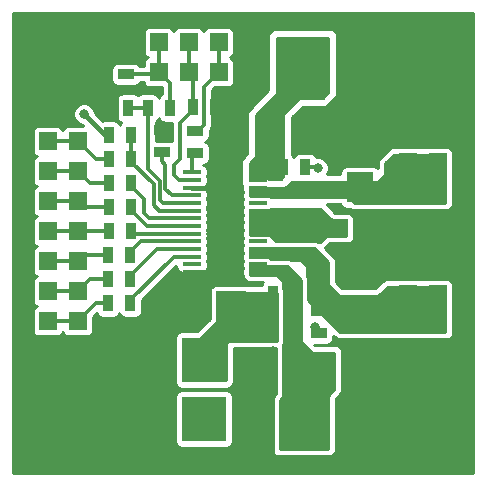
<source format=gbr>
G04 #@! TF.GenerationSoftware,KiCad,Pcbnew,(2017-02-05 revision 431abcf)-makepkg*
G04 #@! TF.CreationDate,2017-06-05T07:30:28+02:00*
G04 #@! TF.ProjectId,DIG4SW01A,4449473453573031412E6B696361645F,rev?*
G04 #@! TF.FileFunction,Copper,L2,Bot,Signal*
G04 #@! TF.FilePolarity,Positive*
%FSLAX46Y46*%
G04 Gerber Fmt 4.6, Leading zero omitted, Abs format (unit mm)*
G04 Created by KiCad (PCBNEW (2017-02-05 revision 431abcf)-makepkg) date 06/05/17 07:30:28*
%MOMM*%
%LPD*%
G01*
G04 APERTURE LIST*
%ADD10C,1.300000*%
%ADD11C,0.800000*%
%ADD12R,1.600000X0.300000*%
%ADD13R,3.100000X5.180000*%
%ADD14C,6.000000*%
%ADD15R,2.550160X2.499360*%
%ADD16R,1.397000X0.889000*%
%ADD17R,2.301240X2.499360*%
%ADD18R,2.499360X2.301240*%
%ADD19R,3.810000X3.810000*%
%ADD20R,1.524000X1.524000*%
%ADD21R,0.889000X1.397000*%
%ADD22C,0.250000*%
%ADD23C,0.300000*%
%ADD24C,0.400000*%
%ADD25C,1.000000*%
%ADD26C,0.254000*%
G04 APERTURE END LIST*
D10*
D11*
X17595500Y24111000D03*
X17595500Y23095000D03*
X17595500Y22079000D03*
X17595500Y21063000D03*
X17595500Y20047000D03*
X18802000Y24111000D03*
X18802000Y23095000D03*
X18802000Y22079000D03*
X18802000Y21063000D03*
X18802000Y20047000D03*
X19995800Y24111000D03*
X20008500Y23095000D03*
X20008500Y22079000D03*
X20008500Y21063000D03*
D12*
X21602000Y17854000D03*
X21602000Y18504000D03*
X21602000Y19154000D03*
X21602000Y19804000D03*
X21602000Y20454000D03*
X21602000Y21104000D03*
X21602000Y21754000D03*
X21602000Y22404000D03*
X21602000Y23054000D03*
X21602000Y23704000D03*
X21602000Y24354000D03*
X21602000Y25004000D03*
X21602000Y25654000D03*
X21602000Y26304000D03*
X16002000Y26304000D03*
X16002000Y25654000D03*
X16002000Y25004000D03*
X16002000Y24354000D03*
X16002000Y23704000D03*
X16002000Y23054000D03*
X16002000Y22404000D03*
X16002000Y21754000D03*
X16002000Y21104000D03*
X16002000Y20454000D03*
X16002000Y19804000D03*
X16002000Y19154000D03*
X16002000Y18504000D03*
X16002000Y17854000D03*
D13*
X18802000Y22079000D03*
D11*
X20008500Y20047000D03*
D14*
X5080000Y5080000D03*
X35560000Y5080000D03*
X35560000Y35560000D03*
X5080000Y35560000D03*
D15*
X14254480Y14986000D03*
X19304000Y14986000D03*
D16*
X10414000Y34607500D03*
X10414000Y36512500D03*
D17*
X21981160Y9027160D03*
X21981160Y13324840D03*
D18*
X31104840Y9906000D03*
X26807160Y9906000D03*
D17*
X29718000Y14361160D03*
X29718000Y18658840D03*
X30226000Y29326840D03*
X30226000Y25029160D03*
D18*
X22626320Y29972000D03*
X26924000Y29972000D03*
D19*
X17018000Y10414000D03*
X17018000Y5414000D03*
X11938000Y5414000D03*
X11938000Y10414000D03*
D20*
X6350000Y28956000D03*
X3810000Y28956000D03*
X13208000Y34798000D03*
X13208000Y37338000D03*
X3810000Y13716000D03*
X6350000Y13716000D03*
X3810000Y16256000D03*
X6350000Y16256000D03*
X6350000Y18796000D03*
X3810000Y18796000D03*
X3810000Y21336000D03*
X6350000Y21336000D03*
X6350000Y23876000D03*
X3810000Y23876000D03*
X6350000Y26416000D03*
X3810000Y26416000D03*
X18288000Y34798000D03*
X18288000Y37338000D03*
X15748000Y37338000D03*
X15748000Y34798000D03*
X29210000Y6096000D03*
X29210000Y3556000D03*
X26670000Y6096000D03*
X26670000Y3556000D03*
X24130000Y6096000D03*
X24130000Y3556000D03*
X21590000Y6096000D03*
X21590000Y3556000D03*
X34290000Y18542000D03*
X36830000Y18542000D03*
X34290000Y16002000D03*
X36830000Y16002000D03*
X34290000Y13462000D03*
X36830000Y13462000D03*
X34290000Y10922000D03*
X36830000Y10922000D03*
X36830000Y22098000D03*
X34290000Y22098000D03*
X36830000Y24638000D03*
X34290000Y24638000D03*
X36830000Y27178000D03*
X34290000Y27178000D03*
X36830000Y29718000D03*
X34290000Y29718000D03*
X21590000Y34290000D03*
X21590000Y36830000D03*
X24130000Y34290000D03*
X24130000Y36830000D03*
X26670000Y34290000D03*
X26670000Y36830000D03*
X29210000Y34290000D03*
X29210000Y36830000D03*
D21*
X14160500Y31750000D03*
X12255500Y31750000D03*
X8953500Y27432000D03*
X10858500Y27432000D03*
X10604500Y31750000D03*
X8699500Y31750000D03*
X10795000Y15240000D03*
X8890000Y15240000D03*
X8890000Y17272000D03*
X10795000Y17272000D03*
X10795000Y19304000D03*
X8890000Y19304000D03*
X8953500Y21336000D03*
X10858500Y21336000D03*
X10858500Y23368000D03*
X8953500Y23368000D03*
X8953500Y25400000D03*
X10858500Y25400000D03*
D16*
X16256000Y27940000D03*
X16256000Y29845000D03*
D21*
X10858500Y29464000D03*
X8953500Y29464000D03*
D16*
X13462000Y29908500D03*
X13462000Y28003500D03*
D21*
X16065500Y31813500D03*
X17970500Y31813500D03*
X24765000Y16002000D03*
X22860000Y16002000D03*
D16*
X26733500Y14605000D03*
X26733500Y12700000D03*
X25908000Y22606000D03*
X25908000Y24511000D03*
D21*
X23685500Y26733500D03*
X25590500Y26733500D03*
D20*
X30988000Y21590000D03*
X28448000Y21590000D03*
X3810000Y11176000D03*
X6350000Y11176000D03*
D11*
X5080000Y9652000D03*
X6096000Y9652000D03*
X6096000Y8636000D03*
X8128000Y8127994D03*
X7620000Y12192000D03*
X7112000Y8636000D03*
X7112000Y9652002D03*
X8128000Y9144000D03*
X8128000Y10160000D03*
X8128006Y11176000D03*
X22860000Y11176000D03*
X20828000Y10922000D03*
X38862000Y22098000D03*
X39116000Y29718000D03*
X39116000Y31496000D03*
X39116000Y32766000D03*
X27940000Y26670000D03*
X27431984Y28194000D03*
X39116000Y10414000D03*
X39116000Y11430000D03*
X39116000Y12446000D03*
X39116000Y13462000D03*
X39116000Y14478000D03*
X39116000Y15494000D03*
X39116000Y16764000D03*
X38862000Y18034000D03*
X38862000Y19050000D03*
X31750000Y17526000D03*
X32766000Y11684000D03*
X30988000Y11684000D03*
X30734000Y39116000D03*
X29210000Y39116000D03*
X27686000Y39116000D03*
X26416000Y39116000D03*
X25146000Y39116000D03*
X23876000Y39116000D03*
X21844000Y38862000D03*
X24892000Y29972000D03*
X25146000Y28702000D03*
X29210000Y32766000D03*
X31242000Y37084000D03*
X31242000Y35814000D03*
X31242000Y34290000D03*
X31242000Y33020000D03*
X32258000Y33020000D03*
X33020000Y31750000D03*
X31750000Y31750000D03*
X30480000Y31750000D03*
X29210000Y31750000D03*
X38354000Y20320000D03*
X37338000Y20320000D03*
X36322000Y20320000D03*
X35052000Y20320000D03*
X33782000Y20320000D03*
X32512000Y19812000D03*
X32512000Y18288000D03*
X29210000Y11430000D03*
X31242000Y7366000D03*
X31242000Y5842000D03*
X31242000Y4826000D03*
X31242000Y3810000D03*
X31242000Y2794000D03*
X31496000Y1524000D03*
X30480000Y1524000D03*
X29210000Y1524000D03*
X20066000Y8128000D03*
X19812000Y6604000D03*
X19812000Y5334000D03*
X19812000Y4064000D03*
X19812000Y2540000D03*
X18542000Y2540000D03*
X18034000Y1524000D03*
X19050000Y1524000D03*
X20066000Y1524000D03*
X21336000Y1524000D03*
X22606000Y1524000D03*
X10160000Y13716000D03*
X11176000Y13208000D03*
X13716000Y13208000D03*
X12446000Y13208000D03*
X12446000Y14224000D03*
X12446000Y15494000D03*
X13462000Y16510000D03*
X14732000Y16510000D03*
X16002000Y16510000D03*
X16002000Y15240000D03*
X17018000Y15240000D03*
X17018000Y16510000D03*
X17780000Y17526000D03*
X18796000Y17526000D03*
X19812000Y17526000D03*
X19812000Y18796000D03*
X18796000Y18796000D03*
X17780000Y18796000D03*
X19812000Y25400000D03*
X18796000Y25400000D03*
X17780000Y25400000D03*
X17780000Y26416000D03*
X18796000Y26416000D03*
X19812000Y26416000D03*
X19304000Y27432000D03*
X18034000Y27432000D03*
X18034000Y28448000D03*
X19304000Y28448000D03*
X20320000Y28448000D03*
X20320000Y29464000D03*
X19304000Y29464000D03*
X18034000Y29464000D03*
X18034000Y30480000D03*
X19304000Y30480000D03*
X20320000Y30480000D03*
X19304000Y31496000D03*
X20320000Y31496000D03*
X20874000Y32512000D03*
X19558000Y32512000D03*
X13462000Y29464000D03*
X26416000Y13208000D03*
X26670000Y26670000D03*
X26416000Y21844000D03*
X26416000Y22860000D03*
X25400000Y22860000D03*
X25400000Y21844000D03*
X6858000Y31242000D03*
X26416000Y20828000D03*
X25400000Y20828000D03*
X24384000Y20828000D03*
X23368000Y20828000D03*
X23368000Y21844000D03*
X24384000Y21844000D03*
X24384000Y22860000D03*
X23368000Y22860000D03*
D22*
X6096000Y8636000D02*
X6096000Y9652000D01*
X8127994Y8127994D02*
X8128000Y8127994D01*
X5080000Y5080000D02*
X8127994Y8127994D01*
X7620000Y11684006D02*
X7620000Y12192000D01*
X8128006Y11176000D02*
X7620000Y11684006D01*
X7112000Y9652002D02*
X7112000Y8636000D01*
X8128000Y10160000D02*
X8128000Y9144000D01*
X21981160Y9027160D02*
X21981160Y10526840D01*
X21981160Y10526840D02*
X21586000Y10922000D01*
X21586000Y10922000D02*
X20828000Y10922000D01*
X39116000Y31496000D02*
X39116000Y29718000D01*
X36830000Y29718000D02*
X36830000Y30730000D01*
X36830000Y30730000D02*
X38866000Y32766000D01*
X38866000Y32766000D02*
X39116000Y32766000D01*
D23*
X30226000Y29227780D02*
X27940000Y26941780D01*
X30226000Y29326840D02*
X30226000Y29227780D01*
X27940000Y26941780D02*
X27940000Y26670000D01*
X39116000Y11430000D02*
X39116000Y10414000D01*
X39116000Y13462000D02*
X39116000Y12446000D01*
X39116000Y15494000D02*
X39116000Y14478000D01*
X38862000Y18034000D02*
X38862000Y17018000D01*
X38862000Y17018000D02*
X39116000Y16764000D01*
X38354000Y20320000D02*
X38354000Y19558000D01*
X38354000Y19558000D02*
X38862000Y19050000D01*
X30988000Y11684000D02*
X32766000Y11684000D01*
X29210000Y39116000D02*
X30734000Y39116000D01*
X26416000Y39116000D02*
X27686000Y39116000D01*
X23876000Y39116000D02*
X25146000Y39116000D01*
X21590000Y36830000D02*
X21590000Y38608000D01*
X21590000Y38608000D02*
X21844000Y38862000D01*
X26924000Y29972000D02*
X26416000Y29972000D01*
X26416000Y29972000D02*
X25146000Y28702000D01*
X31242000Y35814000D02*
X31242000Y37084000D01*
X31242000Y33020000D02*
X31242000Y34290000D01*
X33020000Y31750000D02*
X33020000Y32258000D01*
X33020000Y32258000D02*
X32258000Y33020000D01*
X30480000Y31750000D02*
X31750000Y31750000D01*
X30226000Y29326840D02*
X30226000Y30734000D01*
X30226000Y30734000D02*
X29210000Y31750000D01*
X37338000Y20320000D02*
X38354000Y20320000D01*
X35052000Y20320000D02*
X36322000Y20320000D01*
X34036000Y22098000D02*
X34036000Y20574000D01*
X34036000Y20574000D02*
X33782000Y20320000D01*
X29718000Y18658840D02*
X32141160Y18658840D01*
X32141160Y18658840D02*
X32512000Y18288000D01*
X31104840Y9906000D02*
X30734000Y9906000D01*
X30734000Y9906000D02*
X29210000Y11430000D01*
X31242000Y4826000D02*
X31242000Y5842000D01*
X31242000Y3810000D02*
X31242000Y4826000D01*
X31496000Y1524000D02*
X31496000Y2540000D01*
X31496000Y2540000D02*
X31242000Y2794000D01*
X29210000Y1524000D02*
X30480000Y1524000D01*
D22*
X19812000Y5334000D02*
X19812000Y6604000D01*
X19812000Y2540000D02*
X19812000Y4064000D01*
X18034000Y1524000D02*
X18034000Y2032000D01*
X18034000Y2032000D02*
X18542000Y2540000D01*
X20066000Y1524000D02*
X19050000Y1524000D01*
X22606000Y1524000D02*
X21336000Y1524000D01*
X11176000Y13208000D02*
X10668000Y13208000D01*
X10668000Y13208000D02*
X10160000Y13716000D01*
X12446000Y13208000D02*
X13716000Y13208000D01*
X12446000Y15494000D02*
X12446000Y14224000D01*
X14732000Y16510000D02*
X13462000Y16510000D01*
X16002000Y15240000D02*
X16002000Y16510000D01*
X17018000Y16510000D02*
X17018000Y15240000D01*
X18796000Y17526000D02*
X17780000Y17526000D01*
X19812000Y18796000D02*
X19812000Y17526000D01*
X17780000Y18796000D02*
X18796000Y18796000D01*
D23*
X18796000Y24638000D02*
X17780000Y24638000D01*
X19812000Y25400000D02*
X19812000Y24638000D01*
X17780000Y25400000D02*
X18796000Y25400000D01*
X18796000Y26416000D02*
X17780000Y26416000D01*
X19304000Y27432000D02*
X19304000Y26924000D01*
X19304000Y26924000D02*
X19812000Y26416000D01*
X18034000Y28448000D02*
X18034000Y27432000D01*
X20320000Y28448000D02*
X19304000Y28448000D01*
X19304000Y29464000D02*
X20320000Y29464000D01*
X18034000Y30480000D02*
X18034000Y29464000D01*
X20320000Y30480000D02*
X19304000Y30480000D01*
X20320000Y31496000D02*
X19304000Y31496000D01*
X19050000Y31496000D02*
X19304000Y31496000D01*
X19558000Y32512000D02*
X20874000Y32512000D01*
D24*
X16002000Y25004000D02*
X17202000Y25004000D01*
X17202000Y25004000D02*
X18802000Y23404000D01*
X18802000Y23404000D02*
X18802000Y22079000D01*
X17382000Y18034000D02*
X17747000Y18034000D01*
X17747000Y18034000D02*
X18802000Y19089000D01*
X18802000Y19089000D02*
X18802000Y22079000D01*
X16002000Y17854000D02*
X17202000Y17854000D01*
X17202000Y17854000D02*
X17382000Y18034000D01*
D23*
X13462000Y29908500D02*
X13462000Y29464000D01*
X26733500Y12700000D02*
X26733500Y12890500D01*
X26733500Y12890500D02*
X26416000Y13208000D01*
X28257500Y21526500D02*
X26733500Y21526500D01*
X26733500Y21526500D02*
X26416000Y21844000D01*
X26416000Y22860000D02*
X26416000Y21844000D01*
X26606500Y26733500D02*
X26670000Y26670000D01*
D24*
X8953500Y29464000D02*
X8636000Y29464000D01*
X8636000Y29464000D02*
X6858000Y31242000D01*
D25*
X19304000Y14986000D02*
X19304000Y12700000D01*
X19304000Y12700000D02*
X17018000Y10414000D01*
D23*
X25590500Y26733500D02*
X26606500Y26733500D01*
X18669000Y8763000D02*
X17018000Y10414000D01*
X24384000Y20828000D02*
X25400000Y20828000D01*
X23368000Y21844000D02*
X23368000Y20828000D01*
X25400000Y21844000D02*
X24384000Y21844000D01*
X24384000Y22860000D02*
X25400000Y22860000D01*
X21602000Y22404000D02*
X22912000Y22404000D01*
X22912000Y22404000D02*
X23368000Y22860000D01*
X6350000Y13716000D02*
X3810000Y13716000D01*
X8890000Y15240000D02*
X7874000Y15240000D01*
X7874000Y15240000D02*
X6350000Y13716000D01*
X3810000Y16256000D02*
X6350000Y16256000D01*
X8890000Y17272000D02*
X7366000Y17272000D01*
X7366000Y17272000D02*
X6350000Y16256000D01*
X21602000Y17854000D02*
X21602000Y18504000D01*
X10604500Y31750000D02*
X12255500Y31750000D01*
X13260010Y25601990D02*
X12255500Y26606500D01*
X12255500Y26606500D02*
X12255500Y31750000D01*
X13544000Y23704000D02*
X13260010Y23987990D01*
X13260010Y23987990D02*
X13260010Y25601990D01*
X16002000Y23704000D02*
X13544000Y23704000D01*
X13208000Y37338000D02*
X13208000Y34798000D01*
X10414000Y34607500D02*
X13017500Y34607500D01*
X13017500Y34607500D02*
X13208000Y34798000D01*
X14160500Y31750000D02*
X14160500Y33845500D01*
X14160500Y33845500D02*
X13208000Y34798000D01*
X30162500Y24203660D02*
X30226000Y24267160D01*
X21602000Y25654000D02*
X21602000Y26304000D01*
X3810000Y28956000D02*
X6350000Y28956000D01*
X8953500Y27432000D02*
X7874000Y27432000D01*
X7874000Y27432000D02*
X6350000Y28956000D01*
X3810000Y18796000D02*
X6350000Y18796000D01*
X8890000Y19304000D02*
X6858000Y19304000D01*
X6858000Y19304000D02*
X6350000Y18796000D01*
X3810000Y21336000D02*
X6350000Y21336000D01*
X8953500Y21336000D02*
X6350000Y21336000D01*
X3810000Y23876000D02*
X6350000Y23876000D01*
X8953500Y23368000D02*
X6858000Y23368000D01*
X6858000Y23368000D02*
X6350000Y23876000D01*
X3810000Y26416000D02*
X6350000Y26416000D01*
X8953500Y25400000D02*
X7366000Y25400000D01*
X7366000Y25400000D02*
X6350000Y26416000D01*
X18288000Y34798000D02*
X18288000Y37338000D01*
X17018000Y33528000D02*
X18288000Y34798000D01*
X16256000Y29845000D02*
X16510000Y29845000D01*
X16510000Y29845000D02*
X17018000Y30353000D01*
X17018000Y30353000D02*
X17018000Y33528000D01*
X15748000Y34798000D02*
X15748000Y37338000D01*
X16065500Y31813500D02*
X16065500Y34480500D01*
X16065500Y34480500D02*
X15748000Y34798000D01*
X14986000Y27432000D02*
X14986000Y30480000D01*
X14986000Y30480000D02*
X16065500Y31559500D01*
X16065500Y31559500D02*
X16065500Y31813500D01*
X14478000Y26924000D02*
X14986000Y27432000D01*
X14478000Y26078000D02*
X14478000Y26924000D01*
X16002000Y25654000D02*
X14902000Y25654000D01*
X14902000Y25654000D02*
X14478000Y26078000D01*
X10858500Y27432000D02*
X10858500Y27178000D01*
X10858500Y27178000D02*
X12760000Y25276500D01*
X12760000Y25276500D02*
X12760000Y23502000D01*
X12760000Y23502000D02*
X13208000Y23054000D01*
X13208000Y23054000D02*
X16002000Y23054000D01*
X10858500Y27432000D02*
X10858500Y29464000D01*
X10858500Y27097500D02*
X10858500Y27432000D01*
X16002000Y19154000D02*
X14455000Y19154000D01*
X14455000Y19154000D02*
X10795000Y15494000D01*
X10795000Y15494000D02*
X10795000Y15240000D01*
X16002000Y19804000D02*
X13073000Y19804000D01*
X13073000Y19804000D02*
X10795000Y17526000D01*
X10795000Y17526000D02*
X10795000Y17272000D01*
X16002000Y20454000D02*
X11691000Y20454000D01*
X11691000Y20454000D02*
X10795000Y19558000D01*
X10795000Y19558000D02*
X10795000Y19304000D01*
X16002000Y21104000D02*
X11090500Y21104000D01*
X11090500Y21104000D02*
X10858500Y21336000D01*
X16002000Y21754000D02*
X12218500Y21754000D01*
X10858500Y23114000D02*
X10858500Y23368000D01*
X12218500Y21754000D02*
X10858500Y23114000D01*
D22*
X11938000Y24066500D02*
X11874500Y24130000D01*
D23*
X10858500Y25400000D02*
X10858500Y25146000D01*
X10858500Y25146000D02*
X11874500Y24130000D01*
X12394000Y22404000D02*
X11938000Y22860000D01*
X11938000Y22860000D02*
X11938000Y24066500D01*
X16002000Y22404000D02*
X12394000Y22404000D01*
X16002000Y26304000D02*
X16002000Y27686000D01*
X16002000Y27686000D02*
X16256000Y27940000D01*
X13760020Y24892000D02*
X13760020Y26960980D01*
X13760020Y26960980D02*
X13462000Y27259000D01*
X13462000Y27259000D02*
X13462000Y28003500D01*
X14298020Y24354000D02*
X13760020Y24892000D01*
X16002000Y24354000D02*
X14298020Y24354000D01*
D26*
G36*
X39784000Y856000D02*
X856000Y856000D01*
X856000Y7319000D01*
X14575676Y7319000D01*
X14575676Y3509000D01*
X14616577Y3303375D01*
X14733055Y3129055D01*
X14907375Y3012577D01*
X15113000Y2971676D01*
X18923000Y2971676D01*
X19128625Y3012577D01*
X19302945Y3129055D01*
X19419423Y3303375D01*
X19460324Y3509000D01*
X19460324Y7319000D01*
X19419423Y7524625D01*
X19302945Y7698945D01*
X19128625Y7815423D01*
X18923000Y7856324D01*
X15113000Y7856324D01*
X14907375Y7815423D01*
X14733055Y7698945D01*
X14616577Y7524625D01*
X14575676Y7319000D01*
X856000Y7319000D01*
X856000Y12319000D01*
X14575676Y12319000D01*
X14575676Y8509000D01*
X14616577Y8303375D01*
X14733055Y8129055D01*
X14907375Y8012577D01*
X15113000Y7971676D01*
X18923000Y7971676D01*
X19128625Y8012577D01*
X19302945Y8129055D01*
X19368515Y8227186D01*
X19422645Y8263355D01*
X19536885Y8434326D01*
X19577000Y8636000D01*
X19577000Y11411000D01*
X23095000Y11411000D01*
X23095000Y7584290D01*
X22995355Y7484645D01*
X22881115Y7313674D01*
X22841000Y7112000D01*
X22841000Y6909903D01*
X22830676Y6858000D01*
X22830676Y5334000D01*
X22841000Y5282097D01*
X22841000Y4369903D01*
X22830676Y4318000D01*
X22830676Y2794000D01*
X22871577Y2588375D01*
X22988055Y2414055D01*
X23162375Y2297577D01*
X23368000Y2256676D01*
X24892000Y2256676D01*
X24943903Y2267000D01*
X25856097Y2267000D01*
X25908000Y2256676D01*
X27432000Y2256676D01*
X27483903Y2267000D01*
X27686000Y2267000D01*
X27887674Y2307115D01*
X28058645Y2421355D01*
X28172885Y2592326D01*
X28213000Y2794000D01*
X28213000Y7147710D01*
X28566645Y7501355D01*
X28680885Y7672326D01*
X28721000Y7874000D01*
X28721000Y11176000D01*
X28680885Y11377674D01*
X28566645Y11548645D01*
X28395674Y11662885D01*
X28194000Y11703000D01*
X26380290Y11703000D01*
X26365114Y11718176D01*
X27432000Y11718176D01*
X27637625Y11759077D01*
X27811945Y11875555D01*
X27928423Y12049875D01*
X27969324Y12255500D01*
X27969324Y12433386D01*
X28075355Y12327355D01*
X28246326Y12213115D01*
X28448000Y12173000D01*
X33476097Y12173000D01*
X33528000Y12162676D01*
X35052000Y12162676D01*
X35103903Y12173000D01*
X36016097Y12173000D01*
X36068000Y12162676D01*
X37592000Y12162676D01*
X37797625Y12203577D01*
X37971945Y12320055D01*
X38088423Y12494375D01*
X38129324Y12700000D01*
X38129324Y14224000D01*
X38119000Y14275903D01*
X38119000Y15188097D01*
X38129324Y15240000D01*
X38129324Y16764000D01*
X38088423Y16969625D01*
X37971945Y17143945D01*
X37797625Y17260423D01*
X37592000Y17301324D01*
X36068000Y17301324D01*
X36016097Y17291000D01*
X35103903Y17291000D01*
X35052000Y17301324D01*
X33528000Y17301324D01*
X33476097Y17291000D01*
X32512000Y17291000D01*
X32310326Y17250885D01*
X32139355Y17136645D01*
X31531710Y16529000D01*
X28666290Y16529000D01*
X28213000Y16982290D01*
X28213000Y18796000D01*
X28172885Y18997674D01*
X28058645Y19168645D01*
X27286628Y19940662D01*
X27296645Y19947355D01*
X27647603Y20298313D01*
X27686000Y20290676D01*
X29210000Y20290676D01*
X29415625Y20331577D01*
X29589945Y20448055D01*
X29706423Y20622375D01*
X29747324Y20828000D01*
X29747324Y22352000D01*
X29706423Y22557625D01*
X29589945Y22731945D01*
X29415625Y22848423D01*
X29210000Y22889324D01*
X28147966Y22889324D01*
X27434290Y23603000D01*
X28573160Y23603000D01*
X28578957Y23573855D01*
X28695435Y23399535D01*
X28869755Y23283057D01*
X29075380Y23242156D01*
X29356129Y23242156D01*
X29516326Y23135115D01*
X29718000Y23095000D01*
X37592000Y23095000D01*
X37793674Y23135115D01*
X37964645Y23249355D01*
X38078885Y23420326D01*
X38119000Y23622000D01*
X38119000Y23824097D01*
X38129324Y23876000D01*
X38129324Y25400000D01*
X38119000Y25451903D01*
X38119000Y26364097D01*
X38129324Y26416000D01*
X38129324Y27940000D01*
X38088423Y28145625D01*
X37971945Y28319945D01*
X37797625Y28436423D01*
X37592000Y28477324D01*
X36068000Y28477324D01*
X36016097Y28467000D01*
X35103903Y28467000D01*
X35052000Y28477324D01*
X33528000Y28477324D01*
X33476097Y28467000D01*
X33020000Y28467000D01*
X32818326Y28426885D01*
X32647355Y28312645D01*
X31885355Y27550645D01*
X31771115Y27379674D01*
X31731000Y27178000D01*
X31731000Y26675867D01*
X31582245Y26775263D01*
X31376620Y26816164D01*
X29075380Y26816164D01*
X28869755Y26775263D01*
X28695435Y26658785D01*
X28578957Y26484465D01*
X28538056Y26278840D01*
X28538056Y26181000D01*
X27470690Y26181000D01*
X27596839Y26484799D01*
X27597161Y26853583D01*
X27456331Y27194417D01*
X27195789Y27455414D01*
X26855201Y27596839D01*
X26539481Y27597115D01*
X26531423Y27637625D01*
X26414945Y27811945D01*
X26240625Y27928423D01*
X26035000Y27969324D01*
X25146000Y27969324D01*
X24940375Y27928423D01*
X24766055Y27811945D01*
X24649577Y27637625D01*
X24638000Y27579423D01*
X24626423Y27637625D01*
X24511000Y27810366D01*
X24511000Y30978974D01*
X25409026Y31877000D01*
X27178000Y31877000D01*
X27421004Y31925336D01*
X27627013Y32062987D01*
X28135013Y32570987D01*
X28272664Y32776996D01*
X28321000Y33020000D01*
X28321000Y37846000D01*
X28272664Y38089004D01*
X28135013Y38295013D01*
X27929004Y38432664D01*
X27686000Y38481000D01*
X23114000Y38481000D01*
X22870996Y38432664D01*
X22664987Y38295013D01*
X22527336Y38089004D01*
X22479000Y37846000D01*
X22479000Y33283026D01*
X20886987Y31691013D01*
X20749336Y31485004D01*
X20701000Y31242000D01*
X20701000Y27949026D01*
X20378987Y27627013D01*
X20241336Y27421004D01*
X20193000Y27178000D01*
X20193000Y25400000D01*
X20241336Y25156996D01*
X20264676Y25122065D01*
X20264676Y24854000D01*
X20299485Y24679000D01*
X20264676Y24504000D01*
X20264676Y24204000D01*
X20299485Y24029000D01*
X20264676Y23854000D01*
X20264676Y23554000D01*
X20299485Y23379000D01*
X20264676Y23204000D01*
X20264676Y22904000D01*
X20299485Y22729000D01*
X20264676Y22554000D01*
X20264676Y22254000D01*
X20299485Y22079000D01*
X20264676Y21904000D01*
X20264676Y21604000D01*
X20299485Y21429000D01*
X20264676Y21254000D01*
X20264676Y20954000D01*
X20299485Y20779000D01*
X20264676Y20604000D01*
X20264676Y20304000D01*
X20299485Y20129000D01*
X20264676Y19954000D01*
X20264676Y19654000D01*
X20299485Y19479000D01*
X20264676Y19304000D01*
X20264676Y19004000D01*
X20299485Y18829000D01*
X20264676Y18654000D01*
X20264676Y18354000D01*
X20299485Y18179000D01*
X20264676Y18004000D01*
X20264676Y17704000D01*
X20305577Y17498375D01*
X20306884Y17496419D01*
X20341115Y17324326D01*
X20455355Y17153355D01*
X20626326Y17039115D01*
X20828000Y16999000D01*
X21981135Y16999000D01*
X21919077Y16906125D01*
X21894586Y16783000D01*
X18034000Y16783000D01*
X17832326Y16742885D01*
X17661355Y16628645D01*
X17655624Y16620068D01*
X17648975Y16615625D01*
X17532497Y16441305D01*
X17491596Y16235680D01*
X17491596Y13918886D01*
X16429034Y12856324D01*
X15113000Y12856324D01*
X14907375Y12815423D01*
X14733055Y12698945D01*
X14616577Y12524625D01*
X14575676Y12319000D01*
X856000Y12319000D01*
X856000Y29718000D01*
X2510676Y29718000D01*
X2510676Y28194000D01*
X2551577Y27988375D01*
X2668055Y27814055D01*
X2842375Y27697577D01*
X2900577Y27686000D01*
X2842375Y27674423D01*
X2668055Y27557945D01*
X2551577Y27383625D01*
X2510676Y27178000D01*
X2510676Y25654000D01*
X2551577Y25448375D01*
X2668055Y25274055D01*
X2842375Y25157577D01*
X2900577Y25146000D01*
X2842375Y25134423D01*
X2668055Y25017945D01*
X2551577Y24843625D01*
X2510676Y24638000D01*
X2510676Y23114000D01*
X2551577Y22908375D01*
X2668055Y22734055D01*
X2842375Y22617577D01*
X2900577Y22606000D01*
X2842375Y22594423D01*
X2668055Y22477945D01*
X2551577Y22303625D01*
X2510676Y22098000D01*
X2510676Y20574000D01*
X2551577Y20368375D01*
X2668055Y20194055D01*
X2842375Y20077577D01*
X2900577Y20066000D01*
X2842375Y20054423D01*
X2668055Y19937945D01*
X2551577Y19763625D01*
X2510676Y19558000D01*
X2510676Y18034000D01*
X2551577Y17828375D01*
X2668055Y17654055D01*
X2842375Y17537577D01*
X2900577Y17526000D01*
X2842375Y17514423D01*
X2668055Y17397945D01*
X2551577Y17223625D01*
X2510676Y17018000D01*
X2510676Y15494000D01*
X2551577Y15288375D01*
X2668055Y15114055D01*
X2842375Y14997577D01*
X2900577Y14986000D01*
X2842375Y14974423D01*
X2668055Y14857945D01*
X2551577Y14683625D01*
X2510676Y14478000D01*
X2510676Y12954000D01*
X2551577Y12748375D01*
X2668055Y12574055D01*
X2842375Y12457577D01*
X3048000Y12416676D01*
X4572000Y12416676D01*
X4777625Y12457577D01*
X4951945Y12574055D01*
X5068423Y12748375D01*
X5080000Y12806577D01*
X5091577Y12748375D01*
X5208055Y12574055D01*
X5382375Y12457577D01*
X5588000Y12416676D01*
X7112000Y12416676D01*
X7317625Y12457577D01*
X7491945Y12574055D01*
X7608423Y12748375D01*
X7649324Y12954000D01*
X7649324Y14057901D01*
X7945464Y14354041D01*
X7949077Y14335875D01*
X8065555Y14161555D01*
X8239875Y14045077D01*
X8445500Y14004176D01*
X9334500Y14004176D01*
X9540125Y14045077D01*
X9714445Y14161555D01*
X9830923Y14335875D01*
X9842500Y14394077D01*
X9854077Y14335875D01*
X9970555Y14161555D01*
X10144875Y14045077D01*
X10350500Y14004176D01*
X11239500Y14004176D01*
X11445125Y14045077D01*
X11619445Y14161555D01*
X11735923Y14335875D01*
X11776824Y14541500D01*
X11776824Y15518402D01*
X14664676Y18406253D01*
X14664676Y18354000D01*
X14705577Y18148375D01*
X14822055Y17974055D01*
X14996375Y17857577D01*
X15202000Y17816676D01*
X16802000Y17816676D01*
X17007625Y17857577D01*
X17181945Y17974055D01*
X17298423Y18148375D01*
X17339324Y18354000D01*
X17339324Y18654000D01*
X17304515Y18829000D01*
X17339324Y19004000D01*
X17339324Y19304000D01*
X17304515Y19479000D01*
X17339324Y19654000D01*
X17339324Y19954000D01*
X17304515Y20129000D01*
X17339324Y20304000D01*
X17339324Y20604000D01*
X17304515Y20779000D01*
X17339324Y20954000D01*
X17339324Y21254000D01*
X17304515Y21429000D01*
X17339324Y21604000D01*
X17339324Y21904000D01*
X17304515Y22079000D01*
X17339324Y22254000D01*
X17339324Y22554000D01*
X17304515Y22729000D01*
X17339324Y22904000D01*
X17339324Y23204000D01*
X17304515Y23379000D01*
X17339324Y23554000D01*
X17339324Y23854000D01*
X17304515Y24029000D01*
X17339324Y24204000D01*
X17339324Y24504000D01*
X17298423Y24709625D01*
X17181945Y24883945D01*
X17007625Y25000423D01*
X16989642Y25004000D01*
X17007625Y25007577D01*
X17181945Y25124055D01*
X17298423Y25298375D01*
X17339324Y25504000D01*
X17339324Y25804000D01*
X17304515Y25979000D01*
X17339324Y26154000D01*
X17339324Y26454000D01*
X17298423Y26659625D01*
X17181945Y26833945D01*
X17007625Y26950423D01*
X16961574Y26959583D01*
X17160125Y26999077D01*
X17334445Y27115555D01*
X17450923Y27289875D01*
X17491824Y27495500D01*
X17491824Y28384500D01*
X17450923Y28590125D01*
X17334445Y28764445D01*
X17160125Y28880923D01*
X17101923Y28892500D01*
X17160125Y28904077D01*
X17334445Y29020555D01*
X17450923Y29194875D01*
X17491824Y29400500D01*
X17491824Y29869401D01*
X17496711Y29874288D01*
X17581570Y30001289D01*
X17643466Y30093923D01*
X17695000Y30353000D01*
X17695000Y33247578D01*
X17946098Y33498676D01*
X19050000Y33498676D01*
X19255625Y33539577D01*
X19429945Y33656055D01*
X19546423Y33830375D01*
X19587324Y34036000D01*
X19587324Y35560000D01*
X19546423Y35765625D01*
X19429945Y35939945D01*
X19255625Y36056423D01*
X19197423Y36068000D01*
X19255625Y36079577D01*
X19429945Y36196055D01*
X19546423Y36370375D01*
X19587324Y36576000D01*
X19587324Y38100000D01*
X19546423Y38305625D01*
X19429945Y38479945D01*
X19255625Y38596423D01*
X19050000Y38637324D01*
X17526000Y38637324D01*
X17320375Y38596423D01*
X17146055Y38479945D01*
X17029577Y38305625D01*
X17018000Y38247423D01*
X17006423Y38305625D01*
X16889945Y38479945D01*
X16715625Y38596423D01*
X16510000Y38637324D01*
X14986000Y38637324D01*
X14780375Y38596423D01*
X14606055Y38479945D01*
X14489577Y38305625D01*
X14478000Y38247423D01*
X14466423Y38305625D01*
X14349945Y38479945D01*
X14175625Y38596423D01*
X13970000Y38637324D01*
X12446000Y38637324D01*
X12240375Y38596423D01*
X12066055Y38479945D01*
X11949577Y38305625D01*
X11908676Y38100000D01*
X11908676Y36576000D01*
X11949577Y36370375D01*
X12066055Y36196055D01*
X12240375Y36079577D01*
X12298577Y36068000D01*
X12240375Y36056423D01*
X12066055Y35939945D01*
X11949577Y35765625D01*
X11908676Y35560000D01*
X11908676Y35284500D01*
X11590966Y35284500D01*
X11492445Y35431945D01*
X11318125Y35548423D01*
X11112500Y35589324D01*
X9715500Y35589324D01*
X9509875Y35548423D01*
X9335555Y35431945D01*
X9219077Y35257625D01*
X9178176Y35052000D01*
X9178176Y34163000D01*
X9219077Y33957375D01*
X9335555Y33783055D01*
X9509875Y33666577D01*
X9715500Y33625676D01*
X11112500Y33625676D01*
X11318125Y33666577D01*
X11492445Y33783055D01*
X11590966Y33930500D01*
X11929661Y33930500D01*
X11949577Y33830375D01*
X12066055Y33656055D01*
X12240375Y33539577D01*
X12446000Y33498676D01*
X13483500Y33498676D01*
X13483500Y32926966D01*
X13336055Y32828445D01*
X13219577Y32654125D01*
X13208000Y32595923D01*
X13196423Y32654125D01*
X13079945Y32828445D01*
X12905625Y32944923D01*
X12700000Y32985824D01*
X11811000Y32985824D01*
X11605375Y32944923D01*
X11431055Y32828445D01*
X11430000Y32826866D01*
X11428945Y32828445D01*
X11254625Y32944923D01*
X11049000Y32985824D01*
X10160000Y32985824D01*
X9954375Y32944923D01*
X9780055Y32828445D01*
X9663577Y32654125D01*
X9622676Y32448500D01*
X9622676Y31051500D01*
X9663577Y30845875D01*
X9780055Y30671555D01*
X9954375Y30555077D01*
X10032158Y30539605D01*
X9917577Y30368125D01*
X9906000Y30309923D01*
X9894423Y30368125D01*
X9777945Y30542445D01*
X9603625Y30658923D01*
X9398000Y30699824D01*
X8509000Y30699824D01*
X8441697Y30686437D01*
X7785089Y31343045D01*
X7785161Y31425583D01*
X7644331Y31766417D01*
X7383789Y32027414D01*
X7043201Y32168839D01*
X6674417Y32169161D01*
X6333583Y32028331D01*
X6072586Y31767789D01*
X5931161Y31427201D01*
X5930839Y31058417D01*
X6071669Y30717583D01*
X6332211Y30456586D01*
X6672799Y30315161D01*
X6756779Y30315088D01*
X6816542Y30255324D01*
X5588000Y30255324D01*
X5382375Y30214423D01*
X5208055Y30097945D01*
X5091577Y29923625D01*
X5080000Y29865423D01*
X5068423Y29923625D01*
X4951945Y30097945D01*
X4777625Y30214423D01*
X4572000Y30255324D01*
X3048000Y30255324D01*
X2842375Y30214423D01*
X2668055Y30097945D01*
X2551577Y29923625D01*
X2510676Y29718000D01*
X856000Y29718000D01*
X856000Y39784000D01*
X39784000Y39784000D01*
X39784000Y856000D01*
X39784000Y856000D01*
G37*
X39784000Y856000D02*
X856000Y856000D01*
X856000Y7319000D01*
X14575676Y7319000D01*
X14575676Y3509000D01*
X14616577Y3303375D01*
X14733055Y3129055D01*
X14907375Y3012577D01*
X15113000Y2971676D01*
X18923000Y2971676D01*
X19128625Y3012577D01*
X19302945Y3129055D01*
X19419423Y3303375D01*
X19460324Y3509000D01*
X19460324Y7319000D01*
X19419423Y7524625D01*
X19302945Y7698945D01*
X19128625Y7815423D01*
X18923000Y7856324D01*
X15113000Y7856324D01*
X14907375Y7815423D01*
X14733055Y7698945D01*
X14616577Y7524625D01*
X14575676Y7319000D01*
X856000Y7319000D01*
X856000Y12319000D01*
X14575676Y12319000D01*
X14575676Y8509000D01*
X14616577Y8303375D01*
X14733055Y8129055D01*
X14907375Y8012577D01*
X15113000Y7971676D01*
X18923000Y7971676D01*
X19128625Y8012577D01*
X19302945Y8129055D01*
X19368515Y8227186D01*
X19422645Y8263355D01*
X19536885Y8434326D01*
X19577000Y8636000D01*
X19577000Y11411000D01*
X23095000Y11411000D01*
X23095000Y7584290D01*
X22995355Y7484645D01*
X22881115Y7313674D01*
X22841000Y7112000D01*
X22841000Y6909903D01*
X22830676Y6858000D01*
X22830676Y5334000D01*
X22841000Y5282097D01*
X22841000Y4369903D01*
X22830676Y4318000D01*
X22830676Y2794000D01*
X22871577Y2588375D01*
X22988055Y2414055D01*
X23162375Y2297577D01*
X23368000Y2256676D01*
X24892000Y2256676D01*
X24943903Y2267000D01*
X25856097Y2267000D01*
X25908000Y2256676D01*
X27432000Y2256676D01*
X27483903Y2267000D01*
X27686000Y2267000D01*
X27887674Y2307115D01*
X28058645Y2421355D01*
X28172885Y2592326D01*
X28213000Y2794000D01*
X28213000Y7147710D01*
X28566645Y7501355D01*
X28680885Y7672326D01*
X28721000Y7874000D01*
X28721000Y11176000D01*
X28680885Y11377674D01*
X28566645Y11548645D01*
X28395674Y11662885D01*
X28194000Y11703000D01*
X26380290Y11703000D01*
X26365114Y11718176D01*
X27432000Y11718176D01*
X27637625Y11759077D01*
X27811945Y11875555D01*
X27928423Y12049875D01*
X27969324Y12255500D01*
X27969324Y12433386D01*
X28075355Y12327355D01*
X28246326Y12213115D01*
X28448000Y12173000D01*
X33476097Y12173000D01*
X33528000Y12162676D01*
X35052000Y12162676D01*
X35103903Y12173000D01*
X36016097Y12173000D01*
X36068000Y12162676D01*
X37592000Y12162676D01*
X37797625Y12203577D01*
X37971945Y12320055D01*
X38088423Y12494375D01*
X38129324Y12700000D01*
X38129324Y14224000D01*
X38119000Y14275903D01*
X38119000Y15188097D01*
X38129324Y15240000D01*
X38129324Y16764000D01*
X38088423Y16969625D01*
X37971945Y17143945D01*
X37797625Y17260423D01*
X37592000Y17301324D01*
X36068000Y17301324D01*
X36016097Y17291000D01*
X35103903Y17291000D01*
X35052000Y17301324D01*
X33528000Y17301324D01*
X33476097Y17291000D01*
X32512000Y17291000D01*
X32310326Y17250885D01*
X32139355Y17136645D01*
X31531710Y16529000D01*
X28666290Y16529000D01*
X28213000Y16982290D01*
X28213000Y18796000D01*
X28172885Y18997674D01*
X28058645Y19168645D01*
X27286628Y19940662D01*
X27296645Y19947355D01*
X27647603Y20298313D01*
X27686000Y20290676D01*
X29210000Y20290676D01*
X29415625Y20331577D01*
X29589945Y20448055D01*
X29706423Y20622375D01*
X29747324Y20828000D01*
X29747324Y22352000D01*
X29706423Y22557625D01*
X29589945Y22731945D01*
X29415625Y22848423D01*
X29210000Y22889324D01*
X28147966Y22889324D01*
X27434290Y23603000D01*
X28573160Y23603000D01*
X28578957Y23573855D01*
X28695435Y23399535D01*
X28869755Y23283057D01*
X29075380Y23242156D01*
X29356129Y23242156D01*
X29516326Y23135115D01*
X29718000Y23095000D01*
X37592000Y23095000D01*
X37793674Y23135115D01*
X37964645Y23249355D01*
X38078885Y23420326D01*
X38119000Y23622000D01*
X38119000Y23824097D01*
X38129324Y23876000D01*
X38129324Y25400000D01*
X38119000Y25451903D01*
X38119000Y26364097D01*
X38129324Y26416000D01*
X38129324Y27940000D01*
X38088423Y28145625D01*
X37971945Y28319945D01*
X37797625Y28436423D01*
X37592000Y28477324D01*
X36068000Y28477324D01*
X36016097Y28467000D01*
X35103903Y28467000D01*
X35052000Y28477324D01*
X33528000Y28477324D01*
X33476097Y28467000D01*
X33020000Y28467000D01*
X32818326Y28426885D01*
X32647355Y28312645D01*
X31885355Y27550645D01*
X31771115Y27379674D01*
X31731000Y27178000D01*
X31731000Y26675867D01*
X31582245Y26775263D01*
X31376620Y26816164D01*
X29075380Y26816164D01*
X28869755Y26775263D01*
X28695435Y26658785D01*
X28578957Y26484465D01*
X28538056Y26278840D01*
X28538056Y26181000D01*
X27470690Y26181000D01*
X27596839Y26484799D01*
X27597161Y26853583D01*
X27456331Y27194417D01*
X27195789Y27455414D01*
X26855201Y27596839D01*
X26539481Y27597115D01*
X26531423Y27637625D01*
X26414945Y27811945D01*
X26240625Y27928423D01*
X26035000Y27969324D01*
X25146000Y27969324D01*
X24940375Y27928423D01*
X24766055Y27811945D01*
X24649577Y27637625D01*
X24638000Y27579423D01*
X24626423Y27637625D01*
X24511000Y27810366D01*
X24511000Y30978974D01*
X25409026Y31877000D01*
X27178000Y31877000D01*
X27421004Y31925336D01*
X27627013Y32062987D01*
X28135013Y32570987D01*
X28272664Y32776996D01*
X28321000Y33020000D01*
X28321000Y37846000D01*
X28272664Y38089004D01*
X28135013Y38295013D01*
X27929004Y38432664D01*
X27686000Y38481000D01*
X23114000Y38481000D01*
X22870996Y38432664D01*
X22664987Y38295013D01*
X22527336Y38089004D01*
X22479000Y37846000D01*
X22479000Y33283026D01*
X20886987Y31691013D01*
X20749336Y31485004D01*
X20701000Y31242000D01*
X20701000Y27949026D01*
X20378987Y27627013D01*
X20241336Y27421004D01*
X20193000Y27178000D01*
X20193000Y25400000D01*
X20241336Y25156996D01*
X20264676Y25122065D01*
X20264676Y24854000D01*
X20299485Y24679000D01*
X20264676Y24504000D01*
X20264676Y24204000D01*
X20299485Y24029000D01*
X20264676Y23854000D01*
X20264676Y23554000D01*
X20299485Y23379000D01*
X20264676Y23204000D01*
X20264676Y22904000D01*
X20299485Y22729000D01*
X20264676Y22554000D01*
X20264676Y22254000D01*
X20299485Y22079000D01*
X20264676Y21904000D01*
X20264676Y21604000D01*
X20299485Y21429000D01*
X20264676Y21254000D01*
X20264676Y20954000D01*
X20299485Y20779000D01*
X20264676Y20604000D01*
X20264676Y20304000D01*
X20299485Y20129000D01*
X20264676Y19954000D01*
X20264676Y19654000D01*
X20299485Y19479000D01*
X20264676Y19304000D01*
X20264676Y19004000D01*
X20299485Y18829000D01*
X20264676Y18654000D01*
X20264676Y18354000D01*
X20299485Y18179000D01*
X20264676Y18004000D01*
X20264676Y17704000D01*
X20305577Y17498375D01*
X20306884Y17496419D01*
X20341115Y17324326D01*
X20455355Y17153355D01*
X20626326Y17039115D01*
X20828000Y16999000D01*
X21981135Y16999000D01*
X21919077Y16906125D01*
X21894586Y16783000D01*
X18034000Y16783000D01*
X17832326Y16742885D01*
X17661355Y16628645D01*
X17655624Y16620068D01*
X17648975Y16615625D01*
X17532497Y16441305D01*
X17491596Y16235680D01*
X17491596Y13918886D01*
X16429034Y12856324D01*
X15113000Y12856324D01*
X14907375Y12815423D01*
X14733055Y12698945D01*
X14616577Y12524625D01*
X14575676Y12319000D01*
X856000Y12319000D01*
X856000Y29718000D01*
X2510676Y29718000D01*
X2510676Y28194000D01*
X2551577Y27988375D01*
X2668055Y27814055D01*
X2842375Y27697577D01*
X2900577Y27686000D01*
X2842375Y27674423D01*
X2668055Y27557945D01*
X2551577Y27383625D01*
X2510676Y27178000D01*
X2510676Y25654000D01*
X2551577Y25448375D01*
X2668055Y25274055D01*
X2842375Y25157577D01*
X2900577Y25146000D01*
X2842375Y25134423D01*
X2668055Y25017945D01*
X2551577Y24843625D01*
X2510676Y24638000D01*
X2510676Y23114000D01*
X2551577Y22908375D01*
X2668055Y22734055D01*
X2842375Y22617577D01*
X2900577Y22606000D01*
X2842375Y22594423D01*
X2668055Y22477945D01*
X2551577Y22303625D01*
X2510676Y22098000D01*
X2510676Y20574000D01*
X2551577Y20368375D01*
X2668055Y20194055D01*
X2842375Y20077577D01*
X2900577Y20066000D01*
X2842375Y20054423D01*
X2668055Y19937945D01*
X2551577Y19763625D01*
X2510676Y19558000D01*
X2510676Y18034000D01*
X2551577Y17828375D01*
X2668055Y17654055D01*
X2842375Y17537577D01*
X2900577Y17526000D01*
X2842375Y17514423D01*
X2668055Y17397945D01*
X2551577Y17223625D01*
X2510676Y17018000D01*
X2510676Y15494000D01*
X2551577Y15288375D01*
X2668055Y15114055D01*
X2842375Y14997577D01*
X2900577Y14986000D01*
X2842375Y14974423D01*
X2668055Y14857945D01*
X2551577Y14683625D01*
X2510676Y14478000D01*
X2510676Y12954000D01*
X2551577Y12748375D01*
X2668055Y12574055D01*
X2842375Y12457577D01*
X3048000Y12416676D01*
X4572000Y12416676D01*
X4777625Y12457577D01*
X4951945Y12574055D01*
X5068423Y12748375D01*
X5080000Y12806577D01*
X5091577Y12748375D01*
X5208055Y12574055D01*
X5382375Y12457577D01*
X5588000Y12416676D01*
X7112000Y12416676D01*
X7317625Y12457577D01*
X7491945Y12574055D01*
X7608423Y12748375D01*
X7649324Y12954000D01*
X7649324Y14057901D01*
X7945464Y14354041D01*
X7949077Y14335875D01*
X8065555Y14161555D01*
X8239875Y14045077D01*
X8445500Y14004176D01*
X9334500Y14004176D01*
X9540125Y14045077D01*
X9714445Y14161555D01*
X9830923Y14335875D01*
X9842500Y14394077D01*
X9854077Y14335875D01*
X9970555Y14161555D01*
X10144875Y14045077D01*
X10350500Y14004176D01*
X11239500Y14004176D01*
X11445125Y14045077D01*
X11619445Y14161555D01*
X11735923Y14335875D01*
X11776824Y14541500D01*
X11776824Y15518402D01*
X14664676Y18406253D01*
X14664676Y18354000D01*
X14705577Y18148375D01*
X14822055Y17974055D01*
X14996375Y17857577D01*
X15202000Y17816676D01*
X16802000Y17816676D01*
X17007625Y17857577D01*
X17181945Y17974055D01*
X17298423Y18148375D01*
X17339324Y18354000D01*
X17339324Y18654000D01*
X17304515Y18829000D01*
X17339324Y19004000D01*
X17339324Y19304000D01*
X17304515Y19479000D01*
X17339324Y19654000D01*
X17339324Y19954000D01*
X17304515Y20129000D01*
X17339324Y20304000D01*
X17339324Y20604000D01*
X17304515Y20779000D01*
X17339324Y20954000D01*
X17339324Y21254000D01*
X17304515Y21429000D01*
X17339324Y21604000D01*
X17339324Y21904000D01*
X17304515Y22079000D01*
X17339324Y22254000D01*
X17339324Y22554000D01*
X17304515Y22729000D01*
X17339324Y22904000D01*
X17339324Y23204000D01*
X17304515Y23379000D01*
X17339324Y23554000D01*
X17339324Y23854000D01*
X17304515Y24029000D01*
X17339324Y24204000D01*
X17339324Y24504000D01*
X17298423Y24709625D01*
X17181945Y24883945D01*
X17007625Y25000423D01*
X16989642Y25004000D01*
X17007625Y25007577D01*
X17181945Y25124055D01*
X17298423Y25298375D01*
X17339324Y25504000D01*
X17339324Y25804000D01*
X17304515Y25979000D01*
X17339324Y26154000D01*
X17339324Y26454000D01*
X17298423Y26659625D01*
X17181945Y26833945D01*
X17007625Y26950423D01*
X16961574Y26959583D01*
X17160125Y26999077D01*
X17334445Y27115555D01*
X17450923Y27289875D01*
X17491824Y27495500D01*
X17491824Y28384500D01*
X17450923Y28590125D01*
X17334445Y28764445D01*
X17160125Y28880923D01*
X17101923Y28892500D01*
X17160125Y28904077D01*
X17334445Y29020555D01*
X17450923Y29194875D01*
X17491824Y29400500D01*
X17491824Y29869401D01*
X17496711Y29874288D01*
X17581570Y30001289D01*
X17643466Y30093923D01*
X17695000Y30353000D01*
X17695000Y33247578D01*
X17946098Y33498676D01*
X19050000Y33498676D01*
X19255625Y33539577D01*
X19429945Y33656055D01*
X19546423Y33830375D01*
X19587324Y34036000D01*
X19587324Y35560000D01*
X19546423Y35765625D01*
X19429945Y35939945D01*
X19255625Y36056423D01*
X19197423Y36068000D01*
X19255625Y36079577D01*
X19429945Y36196055D01*
X19546423Y36370375D01*
X19587324Y36576000D01*
X19587324Y38100000D01*
X19546423Y38305625D01*
X19429945Y38479945D01*
X19255625Y38596423D01*
X19050000Y38637324D01*
X17526000Y38637324D01*
X17320375Y38596423D01*
X17146055Y38479945D01*
X17029577Y38305625D01*
X17018000Y38247423D01*
X17006423Y38305625D01*
X16889945Y38479945D01*
X16715625Y38596423D01*
X16510000Y38637324D01*
X14986000Y38637324D01*
X14780375Y38596423D01*
X14606055Y38479945D01*
X14489577Y38305625D01*
X14478000Y38247423D01*
X14466423Y38305625D01*
X14349945Y38479945D01*
X14175625Y38596423D01*
X13970000Y38637324D01*
X12446000Y38637324D01*
X12240375Y38596423D01*
X12066055Y38479945D01*
X11949577Y38305625D01*
X11908676Y38100000D01*
X11908676Y36576000D01*
X11949577Y36370375D01*
X12066055Y36196055D01*
X12240375Y36079577D01*
X12298577Y36068000D01*
X12240375Y36056423D01*
X12066055Y35939945D01*
X11949577Y35765625D01*
X11908676Y35560000D01*
X11908676Y35284500D01*
X11590966Y35284500D01*
X11492445Y35431945D01*
X11318125Y35548423D01*
X11112500Y35589324D01*
X9715500Y35589324D01*
X9509875Y35548423D01*
X9335555Y35431945D01*
X9219077Y35257625D01*
X9178176Y35052000D01*
X9178176Y34163000D01*
X9219077Y33957375D01*
X9335555Y33783055D01*
X9509875Y33666577D01*
X9715500Y33625676D01*
X11112500Y33625676D01*
X11318125Y33666577D01*
X11492445Y33783055D01*
X11590966Y33930500D01*
X11929661Y33930500D01*
X11949577Y33830375D01*
X12066055Y33656055D01*
X12240375Y33539577D01*
X12446000Y33498676D01*
X13483500Y33498676D01*
X13483500Y32926966D01*
X13336055Y32828445D01*
X13219577Y32654125D01*
X13208000Y32595923D01*
X13196423Y32654125D01*
X13079945Y32828445D01*
X12905625Y32944923D01*
X12700000Y32985824D01*
X11811000Y32985824D01*
X11605375Y32944923D01*
X11431055Y32828445D01*
X11430000Y32826866D01*
X11428945Y32828445D01*
X11254625Y32944923D01*
X11049000Y32985824D01*
X10160000Y32985824D01*
X9954375Y32944923D01*
X9780055Y32828445D01*
X9663577Y32654125D01*
X9622676Y32448500D01*
X9622676Y31051500D01*
X9663577Y30845875D01*
X9780055Y30671555D01*
X9954375Y30555077D01*
X10032158Y30539605D01*
X9917577Y30368125D01*
X9906000Y30309923D01*
X9894423Y30368125D01*
X9777945Y30542445D01*
X9603625Y30658923D01*
X9398000Y30699824D01*
X8509000Y30699824D01*
X8441697Y30686437D01*
X7785089Y31343045D01*
X7785161Y31425583D01*
X7644331Y31766417D01*
X7383789Y32027414D01*
X7043201Y32168839D01*
X6674417Y32169161D01*
X6333583Y32028331D01*
X6072586Y31767789D01*
X5931161Y31427201D01*
X5930839Y31058417D01*
X6071669Y30717583D01*
X6332211Y30456586D01*
X6672799Y30315161D01*
X6756779Y30315088D01*
X6816542Y30255324D01*
X5588000Y30255324D01*
X5382375Y30214423D01*
X5208055Y30097945D01*
X5091577Y29923625D01*
X5080000Y29865423D01*
X5068423Y29923625D01*
X4951945Y30097945D01*
X4777625Y30214423D01*
X4572000Y30255324D01*
X3048000Y30255324D01*
X2842375Y30214423D01*
X2668055Y30097945D01*
X2551577Y29923625D01*
X2510676Y29718000D01*
X856000Y29718000D01*
X856000Y39784000D01*
X39784000Y39784000D01*
X39784000Y856000D01*
G36*
X13219577Y30845875D02*
X13336055Y30671555D01*
X13510375Y30555077D01*
X13716000Y30514176D01*
X14315798Y30514176D01*
X14309000Y30480000D01*
X14309000Y28955786D01*
X14160500Y28985324D01*
X12932500Y28985324D01*
X12932500Y30573034D01*
X13079945Y30671555D01*
X13196423Y30845875D01*
X13208000Y30904077D01*
X13219577Y30845875D01*
X13219577Y30845875D01*
G37*
X13219577Y30845875D02*
X13336055Y30671555D01*
X13510375Y30555077D01*
X13716000Y30514176D01*
X14315798Y30514176D01*
X14309000Y30480000D01*
X14309000Y28955786D01*
X14160500Y28985324D01*
X12932500Y28985324D01*
X12932500Y30573034D01*
X13079945Y30671555D01*
X13196423Y30845875D01*
X13208000Y30904077D01*
X13219577Y30845875D01*
G36*
X27850197Y22262197D02*
X27891399Y22234667D01*
X27940000Y22225000D01*
X29083000Y22225000D01*
X29083000Y20955000D01*
X27432000Y20955000D01*
X27383399Y20945333D01*
X27342197Y20917803D01*
X26871394Y20447000D01*
X26613728Y20447000D01*
X26582467Y20467888D01*
X26416000Y20501000D01*
X23112606Y20501000D01*
X22726148Y20887458D01*
X22709850Y20911850D01*
X22568607Y21006225D01*
X22402000Y21039365D01*
X20955000Y21039365D01*
X20955000Y23118635D01*
X22402000Y23118635D01*
X22568607Y23151775D01*
X22702142Y23241000D01*
X26871394Y23241000D01*
X27850197Y22262197D01*
X27850197Y22262197D01*
G37*
X27850197Y22262197D02*
X27891399Y22234667D01*
X27940000Y22225000D01*
X29083000Y22225000D01*
X29083000Y20955000D01*
X27432000Y20955000D01*
X27383399Y20945333D01*
X27342197Y20917803D01*
X26871394Y20447000D01*
X26613728Y20447000D01*
X26582467Y20467888D01*
X26416000Y20501000D01*
X23112606Y20501000D01*
X22726148Y20887458D01*
X22709850Y20911850D01*
X22568607Y21006225D01*
X22402000Y21039365D01*
X20955000Y21039365D01*
X20955000Y23118635D01*
X22402000Y23118635D01*
X22568607Y23151775D01*
X22702142Y23241000D01*
X26871394Y23241000D01*
X27850197Y22262197D01*
G36*
X27559000Y33072606D02*
X27125394Y32639000D01*
X25146000Y32639000D01*
X25097399Y32629333D01*
X25056197Y32601803D01*
X23786197Y31331803D01*
X23758667Y31290601D01*
X23749000Y31242000D01*
X23749000Y25960606D01*
X23569394Y25781000D01*
X22504760Y25781000D01*
X22402000Y25801440D01*
X20955000Y25801440D01*
X20955000Y27125394D01*
X21425803Y27596197D01*
X21453333Y27637399D01*
X21463000Y27686000D01*
X21463000Y31189394D01*
X23203803Y32930197D01*
X23231333Y32971399D01*
X23241000Y33020000D01*
X23241000Y37719000D01*
X27559000Y37719000D01*
X27559000Y33072606D01*
X27559000Y33072606D01*
G37*
X27559000Y33072606D02*
X27125394Y32639000D01*
X25146000Y32639000D01*
X25097399Y32629333D01*
X25056197Y32601803D01*
X23786197Y31331803D01*
X23758667Y31290601D01*
X23749000Y31242000D01*
X23749000Y25960606D01*
X23569394Y25781000D01*
X22504760Y25781000D01*
X22402000Y25801440D01*
X20955000Y25801440D01*
X20955000Y27125394D01*
X21425803Y27596197D01*
X21453333Y27637399D01*
X21463000Y27686000D01*
X21463000Y31189394D01*
X23203803Y32930197D01*
X23231333Y32971399D01*
X23241000Y33020000D01*
X23241000Y37719000D01*
X27559000Y37719000D01*
X27559000Y33072606D01*
G36*
X37465000Y23749000D02*
X29770606Y23749000D01*
X29299803Y24219803D01*
X29258601Y24247333D01*
X29210000Y24257000D01*
X22581847Y24257000D01*
X22571729Y24263761D01*
X22402000Y24297522D01*
X20955000Y24297522D01*
X20955000Y25019000D01*
X23876000Y25019000D01*
X23924601Y25028667D01*
X23965803Y25056197D01*
X24436606Y25527000D01*
X31750000Y25527000D01*
X31798601Y25536667D01*
X31839803Y25564197D01*
X32347803Y26072197D01*
X32375333Y26113399D01*
X32385000Y26162000D01*
X32385000Y27125394D01*
X33072606Y27813000D01*
X37465000Y27813000D01*
X37465000Y23749000D01*
X37465000Y23749000D01*
G37*
X37465000Y23749000D02*
X29770606Y23749000D01*
X29299803Y24219803D01*
X29258601Y24247333D01*
X29210000Y24257000D01*
X22581847Y24257000D01*
X22571729Y24263761D01*
X22402000Y24297522D01*
X20955000Y24297522D01*
X20955000Y25019000D01*
X23876000Y25019000D01*
X23924601Y25028667D01*
X23965803Y25056197D01*
X24436606Y25527000D01*
X31750000Y25527000D01*
X31798601Y25536667D01*
X31839803Y25564197D01*
X32347803Y26072197D01*
X32375333Y26113399D01*
X32385000Y26162000D01*
X32385000Y27125394D01*
X33072606Y27813000D01*
X37465000Y27813000D01*
X37465000Y23749000D01*
G36*
X27559000Y18743394D02*
X27559000Y16764000D01*
X27568667Y16715399D01*
X27596197Y16674197D01*
X28358197Y15912197D01*
X28399399Y15884667D01*
X28448000Y15875000D01*
X31750000Y15875000D01*
X31798601Y15884667D01*
X31839803Y15912197D01*
X32564606Y16637000D01*
X37465000Y16637000D01*
X37465000Y12827000D01*
X28500606Y12827000D01*
X25835000Y15492606D01*
X25835000Y17272000D01*
X25801888Y17438467D01*
X25781000Y17469728D01*
X25781000Y18288000D01*
X25771333Y18336601D01*
X25743803Y18377803D01*
X25235803Y18885803D01*
X25194601Y18913333D01*
X25146000Y18923000D01*
X24327728Y18923000D01*
X24296467Y18943888D01*
X24130000Y18977000D01*
X22701575Y18977000D01*
X22571729Y19063761D01*
X22402000Y19097522D01*
X20955000Y19097522D01*
X20955000Y19860478D01*
X22402000Y19860478D01*
X22571729Y19894239D01*
X22638718Y19939000D01*
X26363394Y19939000D01*
X27559000Y18743394D01*
X27559000Y18743394D01*
G37*
X27559000Y18743394D02*
X27559000Y16764000D01*
X27568667Y16715399D01*
X27596197Y16674197D01*
X28358197Y15912197D01*
X28399399Y15884667D01*
X28448000Y15875000D01*
X31750000Y15875000D01*
X31798601Y15884667D01*
X31839803Y15912197D01*
X32564606Y16637000D01*
X37465000Y16637000D01*
X37465000Y12827000D01*
X28500606Y12827000D01*
X25835000Y15492606D01*
X25835000Y17272000D01*
X25801888Y17438467D01*
X25781000Y17469728D01*
X25781000Y18288000D01*
X25771333Y18336601D01*
X25743803Y18377803D01*
X25235803Y18885803D01*
X25194601Y18913333D01*
X25146000Y18923000D01*
X24327728Y18923000D01*
X24296467Y18943888D01*
X24130000Y18977000D01*
X22701575Y18977000D01*
X22571729Y19063761D01*
X22402000Y19097522D01*
X20955000Y19097522D01*
X20955000Y19860478D01*
X22402000Y19860478D01*
X22571729Y19894239D01*
X22638718Y19939000D01*
X26363394Y19939000D01*
X27559000Y18743394D01*
G36*
X25273000Y17219394D02*
X25273000Y11938000D01*
X25282667Y11889399D01*
X25310197Y11848197D01*
X26072197Y11086197D01*
X26113399Y11058667D01*
X26162000Y11049000D01*
X28067000Y11049000D01*
X28067000Y7926606D01*
X27596197Y7455803D01*
X27568667Y7414601D01*
X27559000Y7366000D01*
X27559000Y2921000D01*
X23495000Y2921000D01*
X23495000Y7059394D01*
X23711803Y7276197D01*
X23739333Y7317399D01*
X23749000Y7366000D01*
X23749000Y11740272D01*
X23769888Y11771533D01*
X23803000Y11938000D01*
X23803000Y16256000D01*
X23769888Y16422467D01*
X23749000Y16453727D01*
X23749000Y17018000D01*
X23739333Y17066601D01*
X23711803Y17107803D01*
X23203803Y17615803D01*
X23162601Y17643333D01*
X23114000Y17653000D01*
X20955000Y17653000D01*
X20955000Y18415000D01*
X24077394Y18415000D01*
X25273000Y17219394D01*
X25273000Y17219394D01*
G37*
X25273000Y17219394D02*
X25273000Y11938000D01*
X25282667Y11889399D01*
X25310197Y11848197D01*
X26072197Y11086197D01*
X26113399Y11058667D01*
X26162000Y11049000D01*
X28067000Y11049000D01*
X28067000Y7926606D01*
X27596197Y7455803D01*
X27568667Y7414601D01*
X27559000Y7366000D01*
X27559000Y2921000D01*
X23495000Y2921000D01*
X23495000Y7059394D01*
X23711803Y7276197D01*
X23739333Y7317399D01*
X23749000Y7366000D01*
X23749000Y11740272D01*
X23769888Y11771533D01*
X23803000Y11938000D01*
X23803000Y16256000D01*
X23769888Y16422467D01*
X23749000Y16453727D01*
X23749000Y17018000D01*
X23739333Y17066601D01*
X23711803Y17107803D01*
X23203803Y17615803D01*
X23162601Y17643333D01*
X23114000Y17653000D01*
X20955000Y17653000D01*
X20955000Y18415000D01*
X24077394Y18415000D01*
X25273000Y17219394D01*
G36*
X23241000Y12065000D02*
X19050000Y12065000D01*
X19001399Y12055333D01*
X18960197Y12027803D01*
X18932667Y11986601D01*
X18923000Y11938000D01*
X18923000Y8763000D01*
X15367000Y8763000D01*
X15367000Y12065000D01*
X16510000Y12065000D01*
X16558601Y12074667D01*
X16599803Y12102197D01*
X18123803Y13626197D01*
X18151333Y13667399D01*
X18161000Y13716000D01*
X18161000Y16129000D01*
X23241000Y16129000D01*
X23241000Y12065000D01*
X23241000Y12065000D01*
G37*
X23241000Y12065000D02*
X19050000Y12065000D01*
X19001399Y12055333D01*
X18960197Y12027803D01*
X18932667Y11986601D01*
X18923000Y11938000D01*
X18923000Y8763000D01*
X15367000Y8763000D01*
X15367000Y12065000D01*
X16510000Y12065000D01*
X16558601Y12074667D01*
X16599803Y12102197D01*
X18123803Y13626197D01*
X18151333Y13667399D01*
X18161000Y13716000D01*
X18161000Y16129000D01*
X23241000Y16129000D01*
X23241000Y12065000D01*
M02*

</source>
